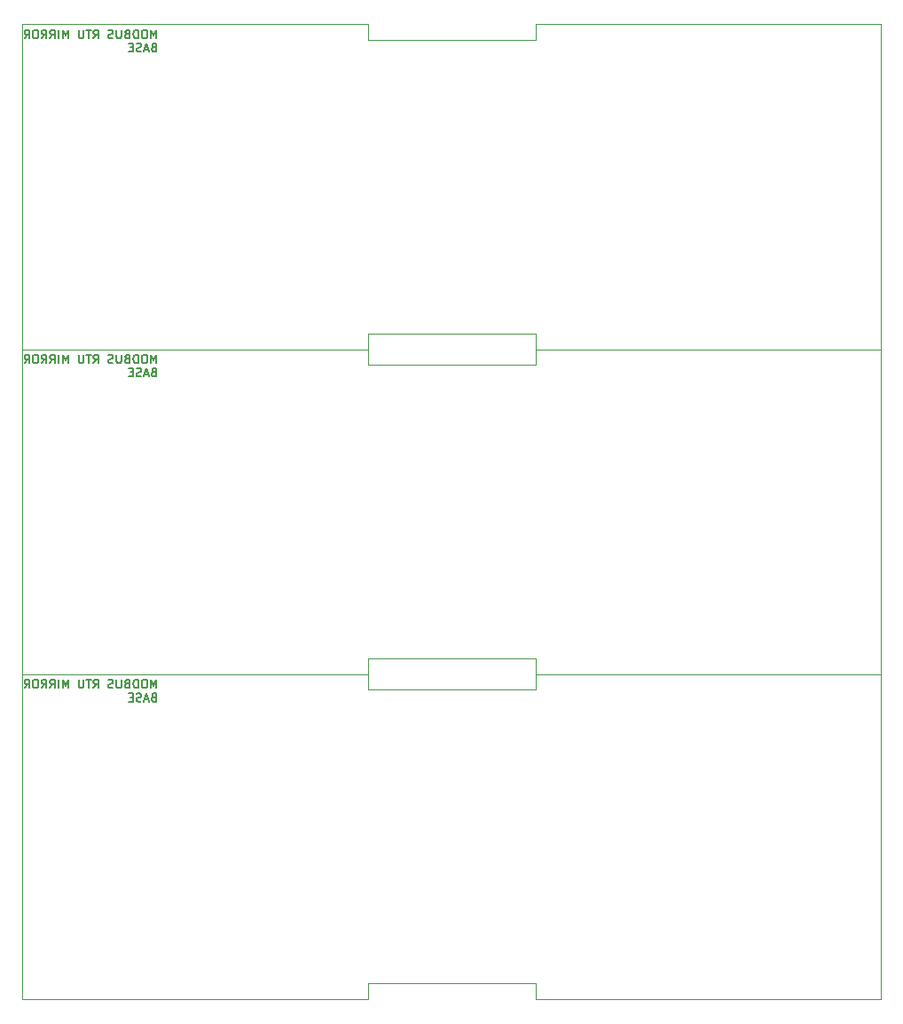
<source format=gbr>
%TF.GenerationSoftware,KiCad,Pcbnew,6.0.11-2627ca5db0~126~ubuntu20.04.1*%
%TF.CreationDate,2024-09-22T20:55:52-05:00*%
%TF.ProjectId,,58585858-5858-4585-9858-585858585858,rev?*%
%TF.SameCoordinates,Original*%
%TF.FileFunction,Legend,Bot*%
%TF.FilePolarity,Positive*%
%FSLAX46Y46*%
G04 Gerber Fmt 4.6, Leading zero omitted, Abs format (unit mm)*
G04 Created by KiCad (PCBNEW 6.0.11-2627ca5db0~126~ubuntu20.04.1) date 2024-09-22 20:55:52*
%MOMM*%
%LPD*%
G01*
G04 APERTURE LIST*
%TA.AperFunction,Profile*%
%ADD10C,0.100000*%
%TD*%
%ADD11C,0.200000*%
G04 APERTURE END LIST*
D10*
X93196000Y-98957000D02*
X126196000Y-98957000D01*
X77196000Y-129957000D02*
X77196000Y-128457000D01*
X77196000Y-98957000D02*
X77196000Y-100457000D01*
X44196000Y-98957000D02*
X77196000Y-98957000D01*
X93196000Y-129957000D02*
X126196000Y-129957000D01*
X126196000Y-98957000D02*
X126196000Y-129957000D01*
X44196000Y-129957000D02*
X77196000Y-129957000D01*
X44196000Y-98957000D02*
X44196000Y-129957000D01*
X77196000Y-128457000D02*
X93196000Y-128457000D01*
X93196000Y-98957000D02*
X93196000Y-100457000D01*
X93196000Y-129957000D02*
X93196000Y-128457000D01*
X77196000Y-100457000D02*
X93196000Y-100457000D01*
D11*
X57032523Y-100274904D02*
X57032523Y-99474904D01*
X56765857Y-100046333D01*
X56499190Y-99474904D01*
X56499190Y-100274904D01*
X55965857Y-99474904D02*
X55813476Y-99474904D01*
X55737285Y-99513000D01*
X55661095Y-99589190D01*
X55623000Y-99741571D01*
X55623000Y-100008238D01*
X55661095Y-100160619D01*
X55737285Y-100236809D01*
X55813476Y-100274904D01*
X55965857Y-100274904D01*
X56042047Y-100236809D01*
X56118238Y-100160619D01*
X56156333Y-100008238D01*
X56156333Y-99741571D01*
X56118238Y-99589190D01*
X56042047Y-99513000D01*
X55965857Y-99474904D01*
X55280142Y-100274904D02*
X55280142Y-99474904D01*
X55089666Y-99474904D01*
X54975380Y-99513000D01*
X54899190Y-99589190D01*
X54861095Y-99665380D01*
X54823000Y-99817761D01*
X54823000Y-99932047D01*
X54861095Y-100084428D01*
X54899190Y-100160619D01*
X54975380Y-100236809D01*
X55089666Y-100274904D01*
X55280142Y-100274904D01*
X54213476Y-99855857D02*
X54099190Y-99893952D01*
X54061095Y-99932047D01*
X54023000Y-100008238D01*
X54023000Y-100122523D01*
X54061095Y-100198714D01*
X54099190Y-100236809D01*
X54175380Y-100274904D01*
X54480142Y-100274904D01*
X54480142Y-99474904D01*
X54213476Y-99474904D01*
X54137285Y-99513000D01*
X54099190Y-99551095D01*
X54061095Y-99627285D01*
X54061095Y-99703476D01*
X54099190Y-99779666D01*
X54137285Y-99817761D01*
X54213476Y-99855857D01*
X54480142Y-99855857D01*
X53680142Y-99474904D02*
X53680142Y-100122523D01*
X53642047Y-100198714D01*
X53603952Y-100236809D01*
X53527761Y-100274904D01*
X53375380Y-100274904D01*
X53299190Y-100236809D01*
X53261095Y-100198714D01*
X53223000Y-100122523D01*
X53223000Y-99474904D01*
X52880142Y-100236809D02*
X52765857Y-100274904D01*
X52575380Y-100274904D01*
X52499190Y-100236809D01*
X52461095Y-100198714D01*
X52423000Y-100122523D01*
X52423000Y-100046333D01*
X52461095Y-99970142D01*
X52499190Y-99932047D01*
X52575380Y-99893952D01*
X52727761Y-99855857D01*
X52803952Y-99817761D01*
X52842047Y-99779666D01*
X52880142Y-99703476D01*
X52880142Y-99627285D01*
X52842047Y-99551095D01*
X52803952Y-99513000D01*
X52727761Y-99474904D01*
X52537285Y-99474904D01*
X52423000Y-99513000D01*
X51013476Y-100274904D02*
X51280142Y-99893952D01*
X51470619Y-100274904D02*
X51470619Y-99474904D01*
X51165857Y-99474904D01*
X51089666Y-99513000D01*
X51051571Y-99551095D01*
X51013476Y-99627285D01*
X51013476Y-99741571D01*
X51051571Y-99817761D01*
X51089666Y-99855857D01*
X51165857Y-99893952D01*
X51470619Y-99893952D01*
X50784904Y-99474904D02*
X50327761Y-99474904D01*
X50556333Y-100274904D02*
X50556333Y-99474904D01*
X50061095Y-99474904D02*
X50061095Y-100122523D01*
X50023000Y-100198714D01*
X49984904Y-100236809D01*
X49908714Y-100274904D01*
X49756333Y-100274904D01*
X49680142Y-100236809D01*
X49642047Y-100198714D01*
X49603952Y-100122523D01*
X49603952Y-99474904D01*
X48613476Y-100274904D02*
X48613476Y-99474904D01*
X48346809Y-100046333D01*
X48080142Y-99474904D01*
X48080142Y-100274904D01*
X47699190Y-100274904D02*
X47699190Y-99474904D01*
X46861095Y-100274904D02*
X47127761Y-99893952D01*
X47318238Y-100274904D02*
X47318238Y-99474904D01*
X47013476Y-99474904D01*
X46937285Y-99513000D01*
X46899190Y-99551095D01*
X46861095Y-99627285D01*
X46861095Y-99741571D01*
X46899190Y-99817761D01*
X46937285Y-99855857D01*
X47013476Y-99893952D01*
X47318238Y-99893952D01*
X46061095Y-100274904D02*
X46327761Y-99893952D01*
X46518238Y-100274904D02*
X46518238Y-99474904D01*
X46213476Y-99474904D01*
X46137285Y-99513000D01*
X46099190Y-99551095D01*
X46061095Y-99627285D01*
X46061095Y-99741571D01*
X46099190Y-99817761D01*
X46137285Y-99855857D01*
X46213476Y-99893952D01*
X46518238Y-99893952D01*
X45565857Y-99474904D02*
X45413476Y-99474904D01*
X45337285Y-99513000D01*
X45261095Y-99589190D01*
X45223000Y-99741571D01*
X45223000Y-100008238D01*
X45261095Y-100160619D01*
X45337285Y-100236809D01*
X45413476Y-100274904D01*
X45565857Y-100274904D01*
X45642047Y-100236809D01*
X45718238Y-100160619D01*
X45756333Y-100008238D01*
X45756333Y-99741571D01*
X45718238Y-99589190D01*
X45642047Y-99513000D01*
X45565857Y-99474904D01*
X44423000Y-100274904D02*
X44689666Y-99893952D01*
X44880142Y-100274904D02*
X44880142Y-99474904D01*
X44575380Y-99474904D01*
X44499190Y-99513000D01*
X44461095Y-99551095D01*
X44423000Y-99627285D01*
X44423000Y-99741571D01*
X44461095Y-99817761D01*
X44499190Y-99855857D01*
X44575380Y-99893952D01*
X44880142Y-99893952D01*
X56765857Y-101143857D02*
X56651571Y-101181952D01*
X56613476Y-101220047D01*
X56575380Y-101296238D01*
X56575380Y-101410523D01*
X56613476Y-101486714D01*
X56651571Y-101524809D01*
X56727761Y-101562904D01*
X57032523Y-101562904D01*
X57032523Y-100762904D01*
X56765857Y-100762904D01*
X56689666Y-100801000D01*
X56651571Y-100839095D01*
X56613476Y-100915285D01*
X56613476Y-100991476D01*
X56651571Y-101067666D01*
X56689666Y-101105761D01*
X56765857Y-101143857D01*
X57032523Y-101143857D01*
X56270619Y-101334333D02*
X55889666Y-101334333D01*
X56346809Y-101562904D02*
X56080142Y-100762904D01*
X55813476Y-101562904D01*
X55584904Y-101524809D02*
X55470619Y-101562904D01*
X55280142Y-101562904D01*
X55203952Y-101524809D01*
X55165857Y-101486714D01*
X55127761Y-101410523D01*
X55127761Y-101334333D01*
X55165857Y-101258142D01*
X55203952Y-101220047D01*
X55280142Y-101181952D01*
X55432523Y-101143857D01*
X55508714Y-101105761D01*
X55546809Y-101067666D01*
X55584904Y-100991476D01*
X55584904Y-100915285D01*
X55546809Y-100839095D01*
X55508714Y-100801000D01*
X55432523Y-100762904D01*
X55242047Y-100762904D01*
X55127761Y-100801000D01*
X54784904Y-101143857D02*
X54518238Y-101143857D01*
X54403952Y-101562904D02*
X54784904Y-101562904D01*
X54784904Y-100762904D01*
X54403952Y-100762904D01*
D10*
X93196000Y-67957000D02*
X126196000Y-67957000D01*
X77196000Y-98957000D02*
X77196000Y-97457000D01*
X77196000Y-67957000D02*
X77196000Y-69457000D01*
X44196000Y-67957000D02*
X77196000Y-67957000D01*
X93196000Y-98957000D02*
X126196000Y-98957000D01*
X126196000Y-67957000D02*
X126196000Y-98957000D01*
X44196000Y-98957000D02*
X77196000Y-98957000D01*
X44196000Y-67957000D02*
X44196000Y-98957000D01*
X77196000Y-97457000D02*
X93196000Y-97457000D01*
X93196000Y-67957000D02*
X93196000Y-69457000D01*
X93196000Y-98957000D02*
X93196000Y-97457000D01*
X77196000Y-69457000D02*
X93196000Y-69457000D01*
D11*
X57032523Y-69274904D02*
X57032523Y-68474904D01*
X56765857Y-69046333D01*
X56499190Y-68474904D01*
X56499190Y-69274904D01*
X55965857Y-68474904D02*
X55813476Y-68474904D01*
X55737285Y-68513000D01*
X55661095Y-68589190D01*
X55623000Y-68741571D01*
X55623000Y-69008238D01*
X55661095Y-69160619D01*
X55737285Y-69236809D01*
X55813476Y-69274904D01*
X55965857Y-69274904D01*
X56042047Y-69236809D01*
X56118238Y-69160619D01*
X56156333Y-69008238D01*
X56156333Y-68741571D01*
X56118238Y-68589190D01*
X56042047Y-68513000D01*
X55965857Y-68474904D01*
X55280142Y-69274904D02*
X55280142Y-68474904D01*
X55089666Y-68474904D01*
X54975380Y-68513000D01*
X54899190Y-68589190D01*
X54861095Y-68665380D01*
X54823000Y-68817761D01*
X54823000Y-68932047D01*
X54861095Y-69084428D01*
X54899190Y-69160619D01*
X54975380Y-69236809D01*
X55089666Y-69274904D01*
X55280142Y-69274904D01*
X54213476Y-68855857D02*
X54099190Y-68893952D01*
X54061095Y-68932047D01*
X54023000Y-69008238D01*
X54023000Y-69122523D01*
X54061095Y-69198714D01*
X54099190Y-69236809D01*
X54175380Y-69274904D01*
X54480142Y-69274904D01*
X54480142Y-68474904D01*
X54213476Y-68474904D01*
X54137285Y-68513000D01*
X54099190Y-68551095D01*
X54061095Y-68627285D01*
X54061095Y-68703476D01*
X54099190Y-68779666D01*
X54137285Y-68817761D01*
X54213476Y-68855857D01*
X54480142Y-68855857D01*
X53680142Y-68474904D02*
X53680142Y-69122523D01*
X53642047Y-69198714D01*
X53603952Y-69236809D01*
X53527761Y-69274904D01*
X53375380Y-69274904D01*
X53299190Y-69236809D01*
X53261095Y-69198714D01*
X53223000Y-69122523D01*
X53223000Y-68474904D01*
X52880142Y-69236809D02*
X52765857Y-69274904D01*
X52575380Y-69274904D01*
X52499190Y-69236809D01*
X52461095Y-69198714D01*
X52423000Y-69122523D01*
X52423000Y-69046333D01*
X52461095Y-68970142D01*
X52499190Y-68932047D01*
X52575380Y-68893952D01*
X52727761Y-68855857D01*
X52803952Y-68817761D01*
X52842047Y-68779666D01*
X52880142Y-68703476D01*
X52880142Y-68627285D01*
X52842047Y-68551095D01*
X52803952Y-68513000D01*
X52727761Y-68474904D01*
X52537285Y-68474904D01*
X52423000Y-68513000D01*
X51013476Y-69274904D02*
X51280142Y-68893952D01*
X51470619Y-69274904D02*
X51470619Y-68474904D01*
X51165857Y-68474904D01*
X51089666Y-68513000D01*
X51051571Y-68551095D01*
X51013476Y-68627285D01*
X51013476Y-68741571D01*
X51051571Y-68817761D01*
X51089666Y-68855857D01*
X51165857Y-68893952D01*
X51470619Y-68893952D01*
X50784904Y-68474904D02*
X50327761Y-68474904D01*
X50556333Y-69274904D02*
X50556333Y-68474904D01*
X50061095Y-68474904D02*
X50061095Y-69122523D01*
X50023000Y-69198714D01*
X49984904Y-69236809D01*
X49908714Y-69274904D01*
X49756333Y-69274904D01*
X49680142Y-69236809D01*
X49642047Y-69198714D01*
X49603952Y-69122523D01*
X49603952Y-68474904D01*
X48613476Y-69274904D02*
X48613476Y-68474904D01*
X48346809Y-69046333D01*
X48080142Y-68474904D01*
X48080142Y-69274904D01*
X47699190Y-69274904D02*
X47699190Y-68474904D01*
X46861095Y-69274904D02*
X47127761Y-68893952D01*
X47318238Y-69274904D02*
X47318238Y-68474904D01*
X47013476Y-68474904D01*
X46937285Y-68513000D01*
X46899190Y-68551095D01*
X46861095Y-68627285D01*
X46861095Y-68741571D01*
X46899190Y-68817761D01*
X46937285Y-68855857D01*
X47013476Y-68893952D01*
X47318238Y-68893952D01*
X46061095Y-69274904D02*
X46327761Y-68893952D01*
X46518238Y-69274904D02*
X46518238Y-68474904D01*
X46213476Y-68474904D01*
X46137285Y-68513000D01*
X46099190Y-68551095D01*
X46061095Y-68627285D01*
X46061095Y-68741571D01*
X46099190Y-68817761D01*
X46137285Y-68855857D01*
X46213476Y-68893952D01*
X46518238Y-68893952D01*
X45565857Y-68474904D02*
X45413476Y-68474904D01*
X45337285Y-68513000D01*
X45261095Y-68589190D01*
X45223000Y-68741571D01*
X45223000Y-69008238D01*
X45261095Y-69160619D01*
X45337285Y-69236809D01*
X45413476Y-69274904D01*
X45565857Y-69274904D01*
X45642047Y-69236809D01*
X45718238Y-69160619D01*
X45756333Y-69008238D01*
X45756333Y-68741571D01*
X45718238Y-68589190D01*
X45642047Y-68513000D01*
X45565857Y-68474904D01*
X44423000Y-69274904D02*
X44689666Y-68893952D01*
X44880142Y-69274904D02*
X44880142Y-68474904D01*
X44575380Y-68474904D01*
X44499190Y-68513000D01*
X44461095Y-68551095D01*
X44423000Y-68627285D01*
X44423000Y-68741571D01*
X44461095Y-68817761D01*
X44499190Y-68855857D01*
X44575380Y-68893952D01*
X44880142Y-68893952D01*
X56765857Y-70143857D02*
X56651571Y-70181952D01*
X56613476Y-70220047D01*
X56575380Y-70296238D01*
X56575380Y-70410523D01*
X56613476Y-70486714D01*
X56651571Y-70524809D01*
X56727761Y-70562904D01*
X57032523Y-70562904D01*
X57032523Y-69762904D01*
X56765857Y-69762904D01*
X56689666Y-69801000D01*
X56651571Y-69839095D01*
X56613476Y-69915285D01*
X56613476Y-69991476D01*
X56651571Y-70067666D01*
X56689666Y-70105761D01*
X56765857Y-70143857D01*
X57032523Y-70143857D01*
X56270619Y-70334333D02*
X55889666Y-70334333D01*
X56346809Y-70562904D02*
X56080142Y-69762904D01*
X55813476Y-70562904D01*
X55584904Y-70524809D02*
X55470619Y-70562904D01*
X55280142Y-70562904D01*
X55203952Y-70524809D01*
X55165857Y-70486714D01*
X55127761Y-70410523D01*
X55127761Y-70334333D01*
X55165857Y-70258142D01*
X55203952Y-70220047D01*
X55280142Y-70181952D01*
X55432523Y-70143857D01*
X55508714Y-70105761D01*
X55546809Y-70067666D01*
X55584904Y-69991476D01*
X55584904Y-69915285D01*
X55546809Y-69839095D01*
X55508714Y-69801000D01*
X55432523Y-69762904D01*
X55242047Y-69762904D01*
X55127761Y-69801000D01*
X54784904Y-70143857D02*
X54518238Y-70143857D01*
X54403952Y-70562904D02*
X54784904Y-70562904D01*
X54784904Y-69762904D01*
X54403952Y-69762904D01*
D10*
X77196000Y-38457000D02*
X93196000Y-38457000D01*
X93196000Y-67957000D02*
X93196000Y-66457000D01*
X93196000Y-36957000D02*
X93196000Y-38457000D01*
X77196000Y-66457000D02*
X93196000Y-66457000D01*
X44196000Y-36957000D02*
X44196000Y-67957000D01*
X44196000Y-67957000D02*
X77196000Y-67957000D01*
X126196000Y-36957000D02*
X126196000Y-67957000D01*
X93196000Y-67957000D02*
X126196000Y-67957000D01*
X44196000Y-36957000D02*
X77196000Y-36957000D01*
X77196000Y-36957000D02*
X77196000Y-38457000D01*
X77196000Y-67957000D02*
X77196000Y-66457000D01*
X93196000Y-36957000D02*
X126196000Y-36957000D01*
D11*
X57032523Y-38274904D02*
X57032523Y-37474904D01*
X56765857Y-38046333D01*
X56499190Y-37474904D01*
X56499190Y-38274904D01*
X55965857Y-37474904D02*
X55813476Y-37474904D01*
X55737285Y-37513000D01*
X55661095Y-37589190D01*
X55623000Y-37741571D01*
X55623000Y-38008238D01*
X55661095Y-38160619D01*
X55737285Y-38236809D01*
X55813476Y-38274904D01*
X55965857Y-38274904D01*
X56042047Y-38236809D01*
X56118238Y-38160619D01*
X56156333Y-38008238D01*
X56156333Y-37741571D01*
X56118238Y-37589190D01*
X56042047Y-37513000D01*
X55965857Y-37474904D01*
X55280142Y-38274904D02*
X55280142Y-37474904D01*
X55089666Y-37474904D01*
X54975380Y-37513000D01*
X54899190Y-37589190D01*
X54861095Y-37665380D01*
X54823000Y-37817761D01*
X54823000Y-37932047D01*
X54861095Y-38084428D01*
X54899190Y-38160619D01*
X54975380Y-38236809D01*
X55089666Y-38274904D01*
X55280142Y-38274904D01*
X54213476Y-37855857D02*
X54099190Y-37893952D01*
X54061095Y-37932047D01*
X54023000Y-38008238D01*
X54023000Y-38122523D01*
X54061095Y-38198714D01*
X54099190Y-38236809D01*
X54175380Y-38274904D01*
X54480142Y-38274904D01*
X54480142Y-37474904D01*
X54213476Y-37474904D01*
X54137285Y-37513000D01*
X54099190Y-37551095D01*
X54061095Y-37627285D01*
X54061095Y-37703476D01*
X54099190Y-37779666D01*
X54137285Y-37817761D01*
X54213476Y-37855857D01*
X54480142Y-37855857D01*
X53680142Y-37474904D02*
X53680142Y-38122523D01*
X53642047Y-38198714D01*
X53603952Y-38236809D01*
X53527761Y-38274904D01*
X53375380Y-38274904D01*
X53299190Y-38236809D01*
X53261095Y-38198714D01*
X53223000Y-38122523D01*
X53223000Y-37474904D01*
X52880142Y-38236809D02*
X52765857Y-38274904D01*
X52575380Y-38274904D01*
X52499190Y-38236809D01*
X52461095Y-38198714D01*
X52423000Y-38122523D01*
X52423000Y-38046333D01*
X52461095Y-37970142D01*
X52499190Y-37932047D01*
X52575380Y-37893952D01*
X52727761Y-37855857D01*
X52803952Y-37817761D01*
X52842047Y-37779666D01*
X52880142Y-37703476D01*
X52880142Y-37627285D01*
X52842047Y-37551095D01*
X52803952Y-37513000D01*
X52727761Y-37474904D01*
X52537285Y-37474904D01*
X52423000Y-37513000D01*
X51013476Y-38274904D02*
X51280142Y-37893952D01*
X51470619Y-38274904D02*
X51470619Y-37474904D01*
X51165857Y-37474904D01*
X51089666Y-37513000D01*
X51051571Y-37551095D01*
X51013476Y-37627285D01*
X51013476Y-37741571D01*
X51051571Y-37817761D01*
X51089666Y-37855857D01*
X51165857Y-37893952D01*
X51470619Y-37893952D01*
X50784904Y-37474904D02*
X50327761Y-37474904D01*
X50556333Y-38274904D02*
X50556333Y-37474904D01*
X50061095Y-37474904D02*
X50061095Y-38122523D01*
X50023000Y-38198714D01*
X49984904Y-38236809D01*
X49908714Y-38274904D01*
X49756333Y-38274904D01*
X49680142Y-38236809D01*
X49642047Y-38198714D01*
X49603952Y-38122523D01*
X49603952Y-37474904D01*
X48613476Y-38274904D02*
X48613476Y-37474904D01*
X48346809Y-38046333D01*
X48080142Y-37474904D01*
X48080142Y-38274904D01*
X47699190Y-38274904D02*
X47699190Y-37474904D01*
X46861095Y-38274904D02*
X47127761Y-37893952D01*
X47318238Y-38274904D02*
X47318238Y-37474904D01*
X47013476Y-37474904D01*
X46937285Y-37513000D01*
X46899190Y-37551095D01*
X46861095Y-37627285D01*
X46861095Y-37741571D01*
X46899190Y-37817761D01*
X46937285Y-37855857D01*
X47013476Y-37893952D01*
X47318238Y-37893952D01*
X46061095Y-38274904D02*
X46327761Y-37893952D01*
X46518238Y-38274904D02*
X46518238Y-37474904D01*
X46213476Y-37474904D01*
X46137285Y-37513000D01*
X46099190Y-37551095D01*
X46061095Y-37627285D01*
X46061095Y-37741571D01*
X46099190Y-37817761D01*
X46137285Y-37855857D01*
X46213476Y-37893952D01*
X46518238Y-37893952D01*
X45565857Y-37474904D02*
X45413476Y-37474904D01*
X45337285Y-37513000D01*
X45261095Y-37589190D01*
X45223000Y-37741571D01*
X45223000Y-38008238D01*
X45261095Y-38160619D01*
X45337285Y-38236809D01*
X45413476Y-38274904D01*
X45565857Y-38274904D01*
X45642047Y-38236809D01*
X45718238Y-38160619D01*
X45756333Y-38008238D01*
X45756333Y-37741571D01*
X45718238Y-37589190D01*
X45642047Y-37513000D01*
X45565857Y-37474904D01*
X44423000Y-38274904D02*
X44689666Y-37893952D01*
X44880142Y-38274904D02*
X44880142Y-37474904D01*
X44575380Y-37474904D01*
X44499190Y-37513000D01*
X44461095Y-37551095D01*
X44423000Y-37627285D01*
X44423000Y-37741571D01*
X44461095Y-37817761D01*
X44499190Y-37855857D01*
X44575380Y-37893952D01*
X44880142Y-37893952D01*
X56765857Y-39143857D02*
X56651571Y-39181952D01*
X56613476Y-39220047D01*
X56575380Y-39296238D01*
X56575380Y-39410523D01*
X56613476Y-39486714D01*
X56651571Y-39524809D01*
X56727761Y-39562904D01*
X57032523Y-39562904D01*
X57032523Y-38762904D01*
X56765857Y-38762904D01*
X56689666Y-38801000D01*
X56651571Y-38839095D01*
X56613476Y-38915285D01*
X56613476Y-38991476D01*
X56651571Y-39067666D01*
X56689666Y-39105761D01*
X56765857Y-39143857D01*
X57032523Y-39143857D01*
X56270619Y-39334333D02*
X55889666Y-39334333D01*
X56346809Y-39562904D02*
X56080142Y-38762904D01*
X55813476Y-39562904D01*
X55584904Y-39524809D02*
X55470619Y-39562904D01*
X55280142Y-39562904D01*
X55203952Y-39524809D01*
X55165857Y-39486714D01*
X55127761Y-39410523D01*
X55127761Y-39334333D01*
X55165857Y-39258142D01*
X55203952Y-39220047D01*
X55280142Y-39181952D01*
X55432523Y-39143857D01*
X55508714Y-39105761D01*
X55546809Y-39067666D01*
X55584904Y-38991476D01*
X55584904Y-38915285D01*
X55546809Y-38839095D01*
X55508714Y-38801000D01*
X55432523Y-38762904D01*
X55242047Y-38762904D01*
X55127761Y-38801000D01*
X54784904Y-39143857D02*
X54518238Y-39143857D01*
X54403952Y-39562904D02*
X54784904Y-39562904D01*
X54784904Y-38762904D01*
X54403952Y-38762904D01*
M02*

</source>
